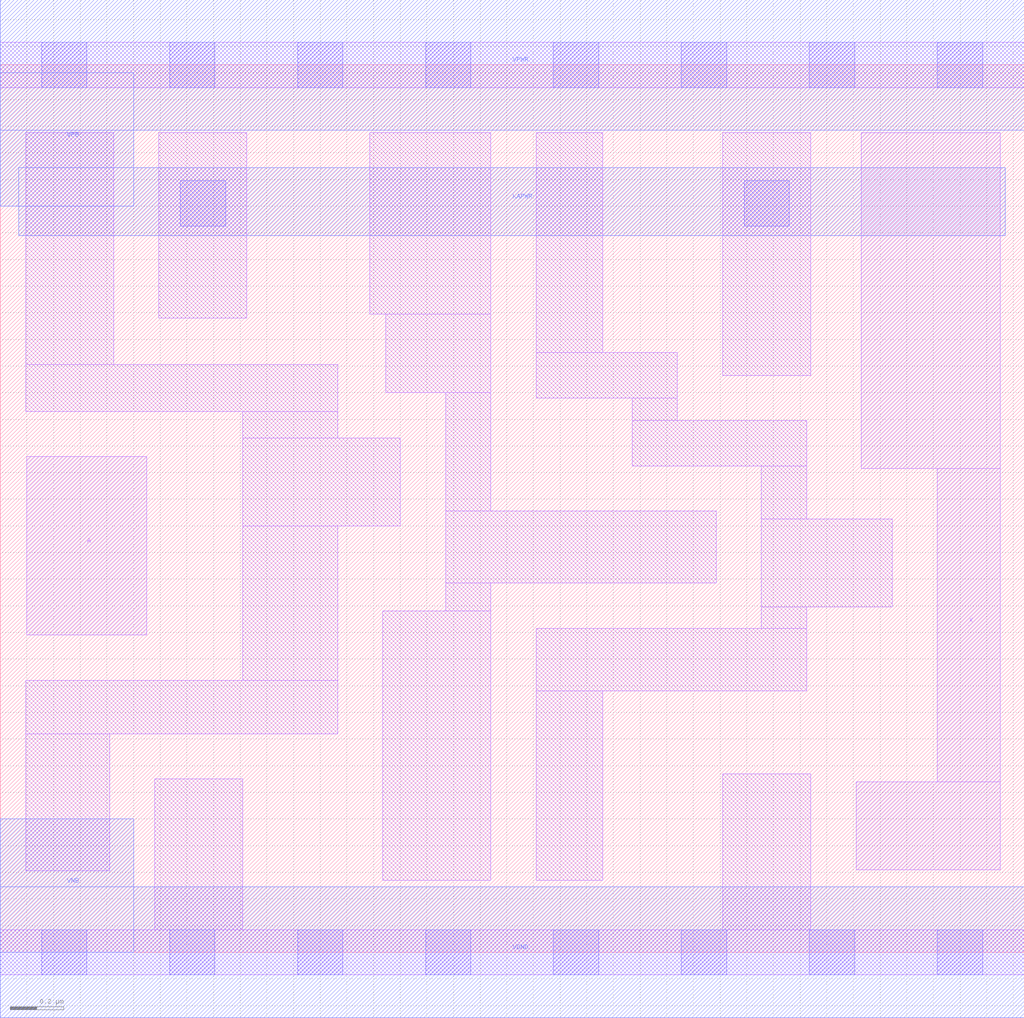
<source format=lef>
# Copyright 2020 The SkyWater PDK Authors
#
# Licensed under the Apache License, Version 2.0 (the "License");
# you may not use this file except in compliance with the License.
# You may obtain a copy of the License at
#
#     https://www.apache.org/licenses/LICENSE-2.0
#
# Unless required by applicable law or agreed to in writing, software
# distributed under the License is distributed on an "AS IS" BASIS,
# WITHOUT WARRANTIES OR CONDITIONS OF ANY KIND, either express or implied.
# See the License for the specific language governing permissions and
# limitations under the License.
#
# SPDX-License-Identifier: Apache-2.0

VERSION 5.5 ;
NAMESCASESENSITIVE ON ;
BUSBITCHARS "[]" ;
DIVIDERCHAR "/" ;
MACRO sky130_fd_sc_lp__dlybuf4s18kapwr_1
  CLASS CORE ;
  SOURCE USER ;
  ORIGIN  0.000000  0.000000 ;
  SIZE  3.840000 BY  3.330000 ;
  SYMMETRY X Y ;
  SITE unit ;
  PIN A
    ANTENNAGATEAREA  0.252000 ;
    DIRECTION INPUT ;
    USE SIGNAL ;
    PORT
      LAYER li1 ;
        RECT 0.100000 1.190000 0.550000 1.860000 ;
    END
  END A
  PIN X
    ANTENNADIFFAREA  0.445200 ;
    DIRECTION OUTPUT ;
    USE SIGNAL ;
    PORT
      LAYER li1 ;
        RECT 3.210000 0.310000 3.750000 0.640000 ;
        RECT 3.230000 1.815000 3.750000 3.075000 ;
        RECT 3.515000 0.640000 3.750000 1.815000 ;
    END
  END X
  PIN KAPWR
    DIRECTION INOUT ;
    USE POWER ;
    PORT
      LAYER met1 ;
        RECT 0.070000 2.690000 3.770000 2.945000 ;
    END
  END KAPWR
  PIN VGND
    DIRECTION INOUT ;
    USE GROUND ;
    PORT
      LAYER met1 ;
        RECT 0.000000 -0.245000 3.840000 0.245000 ;
    END
  END VGND
  PIN VNB
    DIRECTION INOUT ;
    USE GROUND ;
    PORT
      LAYER met1 ;
        RECT 0.000000 0.000000 0.500000 0.500000 ;
    END
  END VNB
  PIN VPB
    DIRECTION INOUT ;
    USE POWER ;
    PORT
      LAYER met1 ;
        RECT 0.000000 2.800000 0.500000 3.300000 ;
    END
  END VPB
  PIN VPWR
    DIRECTION INOUT ;
    USE POWER ;
    PORT
      LAYER met1 ;
        RECT 0.000000 3.085000 3.840000 3.575000 ;
    END
  END VPWR
  OBS
    LAYER li1 ;
      RECT 0.000000 -0.085000 3.840000 0.085000 ;
      RECT 0.000000  3.245000 3.840000 3.415000 ;
      RECT 0.095000  0.305000 0.410000 0.820000 ;
      RECT 0.095000  0.820000 1.265000 1.020000 ;
      RECT 0.095000  2.030000 1.265000 2.205000 ;
      RECT 0.095000  2.205000 0.425000 3.075000 ;
      RECT 0.580000  0.085000 0.910000 0.650000 ;
      RECT 0.595000  2.380000 0.925000 3.075000 ;
      RECT 0.910000  1.020000 1.265000 1.600000 ;
      RECT 0.910000  1.600000 1.500000 1.930000 ;
      RECT 0.910000  1.930000 1.265000 2.030000 ;
      RECT 1.385000  2.395000 1.840000 3.075000 ;
      RECT 1.435000  0.270000 1.840000 1.280000 ;
      RECT 1.445000  2.100000 1.840000 2.395000 ;
      RECT 1.670000  1.280000 1.840000 1.385000 ;
      RECT 1.670000  1.385000 2.685000 1.655000 ;
      RECT 1.670000  1.655000 1.840000 2.100000 ;
      RECT 2.010000  0.270000 2.260000 0.980000 ;
      RECT 2.010000  0.980000 3.025000 1.215000 ;
      RECT 2.010000  2.080000 2.540000 2.250000 ;
      RECT 2.010000  2.250000 2.260000 3.075000 ;
      RECT 2.370000  1.825000 3.025000 1.995000 ;
      RECT 2.370000  1.995000 2.540000 2.080000 ;
      RECT 2.710000  0.085000 3.040000 0.670000 ;
      RECT 2.710000  2.165000 3.040000 3.075000 ;
      RECT 2.855000  1.215000 3.025000 1.295000 ;
      RECT 2.855000  1.295000 3.345000 1.625000 ;
      RECT 2.855000  1.625000 3.025000 1.825000 ;
    LAYER mcon ;
      RECT 0.155000 -0.085000 0.325000 0.085000 ;
      RECT 0.155000  3.245000 0.325000 3.415000 ;
      RECT 0.635000 -0.085000 0.805000 0.085000 ;
      RECT 0.635000  3.245000 0.805000 3.415000 ;
      RECT 0.675000  2.725000 0.845000 2.895000 ;
      RECT 1.115000 -0.085000 1.285000 0.085000 ;
      RECT 1.115000  3.245000 1.285000 3.415000 ;
      RECT 1.595000 -0.085000 1.765000 0.085000 ;
      RECT 1.595000  3.245000 1.765000 3.415000 ;
      RECT 2.075000 -0.085000 2.245000 0.085000 ;
      RECT 2.075000  3.245000 2.245000 3.415000 ;
      RECT 2.555000 -0.085000 2.725000 0.085000 ;
      RECT 2.555000  3.245000 2.725000 3.415000 ;
      RECT 2.790000  2.725000 2.960000 2.895000 ;
      RECT 3.035000 -0.085000 3.205000 0.085000 ;
      RECT 3.035000  3.245000 3.205000 3.415000 ;
      RECT 3.515000 -0.085000 3.685000 0.085000 ;
      RECT 3.515000  3.245000 3.685000 3.415000 ;
  END
END sky130_fd_sc_lp__dlybuf4s18kapwr_1

</source>
